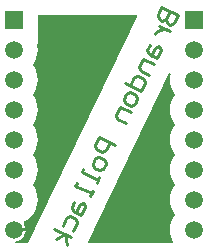
<source format=gbl>
G04 Layer_Physical_Order=2*
G04 Layer_Color=16711680*
%FSLAX25Y25*%
%MOIN*%
G70*
G01*
G75*
%ADD15C,0.05906*%
%ADD16R,0.05906X0.05906*%
%ADD17C,0.00900*%
G36*
X51180Y81029D02*
X14706Y5547D01*
X10293D01*
X10260Y6047D01*
X11032Y6149D01*
X11993Y6547D01*
X12819Y7181D01*
X13453Y8007D01*
X13851Y8968D01*
X13921Y9500D01*
X10000D01*
Y10500D01*
X13921D01*
X13851Y11032D01*
X13453Y11993D01*
X13307Y12183D01*
X13445Y12824D01*
X14440Y13355D01*
X15651Y14349D01*
X16645Y15560D01*
X17383Y16942D01*
X17838Y18441D01*
X17991Y20000D01*
X17838Y21559D01*
X17383Y23058D01*
X16645Y24440D01*
X16185Y25000D01*
X16645Y25560D01*
X17383Y26942D01*
X17838Y28441D01*
X17991Y30000D01*
X17838Y31559D01*
X17383Y33058D01*
X16645Y34440D01*
X16185Y35000D01*
X16645Y35560D01*
X17383Y36942D01*
X17838Y38441D01*
X17991Y40000D01*
X17838Y41559D01*
X17383Y43058D01*
X16645Y44440D01*
X16185Y45000D01*
X16645Y45560D01*
X17383Y46942D01*
X17838Y48441D01*
X17991Y50000D01*
X17838Y51559D01*
X17383Y53058D01*
X16645Y54440D01*
X16185Y55000D01*
X16645Y55560D01*
X17383Y56942D01*
X17838Y58441D01*
X17991Y60000D01*
X17838Y61559D01*
X17383Y63058D01*
X16645Y64440D01*
X16185Y65000D01*
X16645Y65560D01*
X17383Y66942D01*
X17838Y68441D01*
X17991Y70000D01*
X17839Y71547D01*
X17826Y71877D01*
X17953Y72047D01*
X17953D01*
Y81453D01*
X50915D01*
X51180Y81029D01*
D02*
G37*
G36*
X62277Y61936D02*
X62162Y61559D01*
X62009Y60000D01*
X62162Y58441D01*
X62617Y56942D01*
X63355Y55560D01*
X63815Y55000D01*
X63355Y54440D01*
X62617Y53058D01*
X62162Y51559D01*
X62009Y50000D01*
X62162Y48441D01*
X62617Y46942D01*
X63355Y45560D01*
X63815Y45000D01*
X63355Y44440D01*
X62617Y43058D01*
X62162Y41559D01*
X62009Y40000D01*
X62162Y38441D01*
X62617Y36942D01*
X63355Y35560D01*
X63815Y35000D01*
X63355Y34440D01*
X62617Y33058D01*
X62162Y31559D01*
X62009Y30000D01*
X62162Y28441D01*
X62617Y26942D01*
X63355Y25560D01*
X63815Y25000D01*
X63355Y24440D01*
X62617Y23058D01*
X62162Y21559D01*
X62009Y20000D01*
X62162Y18441D01*
X62617Y16942D01*
X63355Y15560D01*
X63815Y15000D01*
X63355Y14440D01*
X62617Y13058D01*
X62162Y11559D01*
X62009Y10000D01*
X62162Y8441D01*
X62617Y6942D01*
X63095Y6047D01*
X62796Y5547D01*
X34944D01*
X34678Y5971D01*
X61810Y62119D01*
X62277Y61936D01*
D02*
G37*
D15*
X10000Y10000D02*
D03*
Y20000D02*
D03*
Y30000D02*
D03*
Y40000D02*
D03*
Y50000D02*
D03*
Y60000D02*
D03*
Y70000D02*
D03*
X70000Y10000D02*
D03*
Y20000D02*
D03*
Y30000D02*
D03*
Y40000D02*
D03*
Y50000D02*
D03*
Y60000D02*
D03*
Y70000D02*
D03*
D16*
X10000Y80000D02*
D03*
X70000D02*
D03*
D17*
X59229Y84124D02*
X64629Y81514D01*
X63324Y78814D01*
X61989Y78349D01*
X61089Y78784D01*
X60624Y80119D01*
X61929Y82819D01*
X60624Y80119D01*
X59289Y79654D01*
X58389Y80089D01*
X57924Y81424D01*
X59229Y84124D01*
X58419Y77854D02*
X62020Y76114D01*
X60219Y76984D01*
X58884Y76519D01*
X57549Y76053D01*
X57114Y75153D01*
X55374Y71553D02*
X54505Y69753D01*
X54970Y68418D01*
X57670Y67113D01*
X58975Y69813D01*
X58510Y71148D01*
X57175Y70683D01*
X55870Y67983D01*
X56800Y65313D02*
X53200Y67052D01*
X51895Y64352D01*
X52360Y63017D01*
X55060Y61712D01*
X47050Y58921D02*
X52451Y56312D01*
X53756Y59012D01*
X53290Y60347D01*
X51490Y61217D01*
X50155Y60752D01*
X48850Y58052D01*
X51146Y53611D02*
X50276Y51811D01*
X48941Y51346D01*
X47141Y52216D01*
X46676Y53551D01*
X47545Y55351D01*
X48881Y55816D01*
X50681Y54946D01*
X51146Y53611D01*
X48971Y49111D02*
X45371Y50851D01*
X44066Y48150D01*
X44531Y46815D01*
X47231Y45511D01*
X43752Y38310D02*
X38351Y40919D01*
X37046Y38219D01*
X37512Y36884D01*
X39312Y36014D01*
X40647Y36479D01*
X41952Y39180D01*
X40707Y32009D02*
X39837Y30209D01*
X38502Y29744D01*
X36702Y30614D01*
X36237Y31949D01*
X37107Y33749D01*
X38442Y34214D01*
X40242Y33344D01*
X40707Y32009D01*
X38533Y27509D02*
X37663Y25708D01*
X38098Y26608D01*
X32697Y29218D01*
X33132Y30118D01*
X36358Y23008D02*
X35488Y21208D01*
X35923Y22108D01*
X30522Y24718D01*
X30957Y25618D01*
X30148Y19347D02*
X29278Y17547D01*
X29743Y16212D01*
X32443Y14907D01*
X33748Y17607D01*
X33283Y18943D01*
X31948Y18477D01*
X30643Y15777D01*
X26233Y11246D02*
X27538Y13947D01*
X28873Y14412D01*
X30673Y13542D01*
X31138Y12207D01*
X29833Y9507D01*
X28964Y7706D02*
X23563Y10316D01*
X27163Y8576D02*
X24058Y6746D01*
X27163Y8576D02*
X27659Y5006D01*
M02*

</source>
